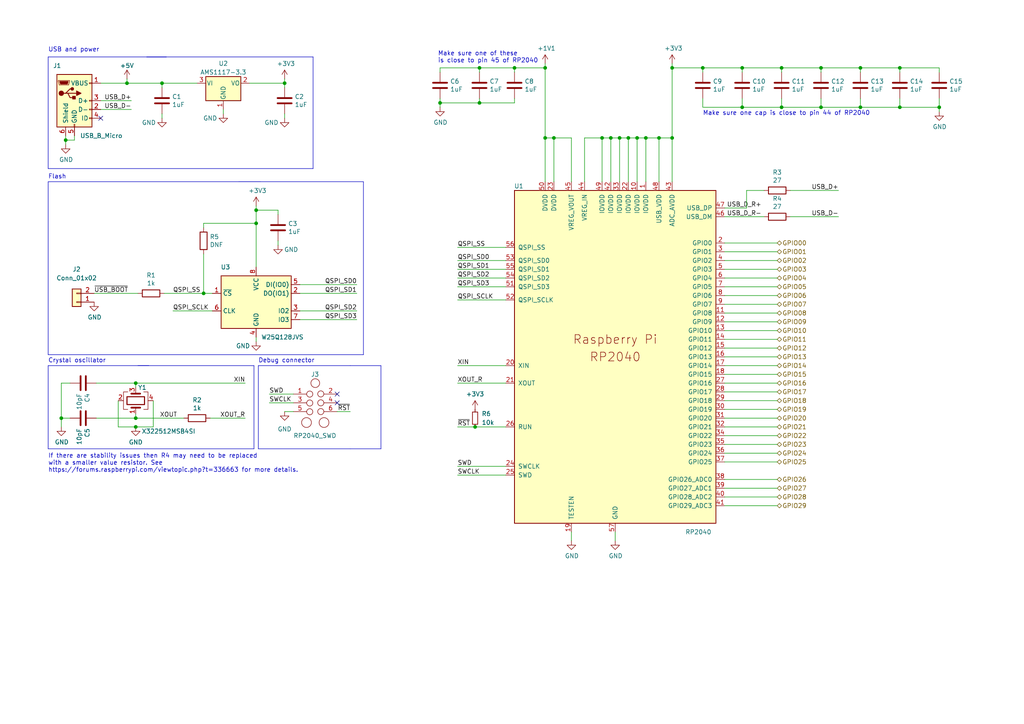
<source format=kicad_sch>
(kicad_sch (version 20230121) (generator eeschema)
  (paper "A4")
  (lib_symbols
    (symbol "Connector:USB_B_Micro" (pin_names (offset 1.016))
      (property "Reference" "J" (at -5.08 11.43 0))
      (property "Value" "USB_B_Micro" (at -5.08 8.89 0))
      (symbol "USB_B_Micro_0_1"
        (rectangle (start -5.08 -7.62) (end 5.08 7.62) (stroke (width 0.254)) (fill (type background)))
        (circle (center -3.81 2.159) (radius 0.635) (stroke (width 0.254)) (fill (type outline)))
        (circle (center -0.635 3.429) (radius 0.381) (stroke (width 0.254)) (fill (type outline)))
        (rectangle (start -0.127 -7.62) (end 0.127 -6.858))
        (polyline (pts (xy -1.905 2.159) (xy 0.635 2.159)) (stroke (width 0.254)))
        (polyline (pts (xy -3.175 2.159) (xy -2.54 2.159) (xy -1.27 3.429) (xy -0.635 3.429)) (stroke (width 0.254)))
        (polyline (pts (xy -2.54 2.159) (xy -1.905 2.159) (xy -1.27 0.889) (xy 0 0.889)) (stroke (width 0.254)))
        (polyline (pts (xy 0.635 2.794) (xy 0.635 1.524) (xy 1.905 2.159) (xy 0.635 2.794)) (stroke (width 0.254)) (fill (type outline)))
        (polyline (pts (xy -4.318 5.588) (xy -1.778 5.588) (xy -2.032 4.826) (xy -4.064 4.826) (xy -4.318 5.588)) (fill (type outline)))
        (polyline (pts (xy -4.699 5.842) (xy -4.699 5.588) (xy -4.445 4.826) (xy -4.445 4.572) (xy -1.651 4.572) (xy -1.651 4.826) (xy -1.397 5.588) (xy -1.397 5.842) (xy -4.699 5.842)))
        (rectangle (start 0.254 1.27) (end -0.508 0.508) (stroke (width 0.254)) (fill (type outline)))
        (rectangle (start 5.08 -5.207) (end 4.318 -4.953))
        (rectangle (start 5.08 -2.667) (end 4.318 -2.413))
        (rectangle (start 5.08 -0.127) (end 4.318 0.127))
        (rectangle (start 5.08 4.953) (end 4.318 5.207))
      )
      (symbol "USB_B_Micro_1_1"
        (pin power_out line (at 7.62 5.08 180) (length 2.54) (name "VBUS") (number "1"))
        (pin bidirectional line (at 7.62 -2.54 180) (length 2.54) (name "D-") (number "2"))
        (pin bidirectional line (at 7.62 0 180) (length 2.54) (name "D+") (number "3"))
        (pin passive line (at 7.62 -5.08 180) (length 2.54) (name "ID") (number "4"))
        (pin power_out line (at 0 -10.16 90) (length 2.54) (name "GND") (number "5"))
        (pin passive line (at -2.54 -10.16 90) (length 2.54) (name "Shield") (number "6"))
      )
    )
    (symbol "Connector_Generic:Conn_01x02" (pin_names (offset 1.016) hide)
      (property "Reference" "J" (at 0 2.54 0))
      (property "Value" "Conn_01x02" (at 0 -5.08 0))
      (symbol "Conn_01x02_1_1"
        (rectangle (start -1.27 -2.413) (end 0 -2.667) (stroke (width 0.1524)))
        (rectangle (start -1.27 0.127) (end 0 -0.127) (stroke (width 0.1524)))
        (rectangle (start -1.27 1.27) (end 1.27 -3.81) (stroke (width 0.254)) (fill (type background)))
        (pin passive line (at -5.08 0 0) (length 3.81) (name "Pin_1") (number "1"))
        (pin passive line (at -5.08 -2.54 0) (length 3.81) (name "Pin_2") (number "2"))
      )
    )
    (symbol "Custom_Symbols:RP2040" (pin_names (offset 1.016))
      (property "Reference" "U" (at -29.21 49.53 0))
      (property "Value" "RP2040" (at 24.13 -49.53 0))
      (symbol "RP2040_0_0"
        (text "Raspberry Pi" (at 0 5.08 0) (effects (font (size 2.54 2.54))))
        (text "RP2040" (at 0 0 0) (effects (font (size 2.54 2.54))))
      )
      (symbol "RP2040_0_1"
        (rectangle (start 29.21 48.26) (end -29.21 -48.26) (stroke (width 0.254)) (fill (type background)))
      )
      (symbol "RP2040_1_1"
        (pin power_in line (at 8.89 50.8 270) (length 2.54) (name "IOVDD") (number "1"))
        (pin power_in line (at 6.35 50.8 270) (length 2.54) (name "IOVDD") (number "10"))
        (pin bidirectional line (at 31.75 12.7 180) (length 2.54) (name "GPIO8") (number "11"))
        (pin bidirectional line (at 31.75 10.16 180) (length 2.54) (name "GPIO9") (number "12"))
        (pin bidirectional line (at 31.75 7.62 180) (length 2.54) (name "GPIO10") (number "13"))
        (pin bidirectional line (at 31.75 5.08 180) (length 2.54) (name "GPIO11") (number "14"))
        (pin bidirectional line (at 31.75 2.54 180) (length 2.54) (name "GPIO12") (number "15"))
        (pin bidirectional line (at 31.75 0 180) (length 2.54) (name "GPIO13") (number "16"))
        (pin bidirectional line (at 31.75 -2.54 180) (length 2.54) (name "GPIO14") (number "17"))
        (pin bidirectional line (at 31.75 -5.08 180) (length 2.54) (name "GPIO15") (number "18"))
        (pin passive line (at -12.7 -50.8 90) (length 2.54) (name "TESTEN") (number "19"))
        (pin bidirectional line (at 31.75 33.02 180) (length 2.54) (name "GPIO0") (number "2"))
        (pin input line (at -31.75 -2.54 0) (length 2.54) (name "XIN") (number "20"))
        (pin passive line (at -31.75 -7.62 0) (length 2.54) (name "XOUT") (number "21"))
        (pin power_in line (at 3.81 50.8 270) (length 2.54) (name "IOVDD") (number "22"))
        (pin power_in line (at -17.78 50.8 270) (length 2.54) (name "DVDD") (number "23"))
        (pin output line (at -31.75 -31.75 0) (length 2.54) (name "SWCLK") (number "24"))
        (pin bidirectional line (at -31.75 -34.29 0) (length 2.54) (name "SWD") (number "25"))
        (pin input line (at -31.75 -20.32 0) (length 2.54) (name "RUN") (number "26"))
        (pin bidirectional line (at 31.75 -7.62 180) (length 2.54) (name "GPIO16") (number "27"))
        (pin bidirectional line (at 31.75 -10.16 180) (length 2.54) (name "GPIO17") (number "28"))
        (pin bidirectional line (at 31.75 -12.7 180) (length 2.54) (name "GPIO18") (number "29"))
        (pin bidirectional line (at 31.75 30.48 180) (length 2.54) (name "GPIO1") (number "3"))
        (pin bidirectional line (at 31.75 -15.24 180) (length 2.54) (name "GPIO19") (number "30"))
        (pin bidirectional line (at 31.75 -17.78 180) (length 2.54) (name "GPIO20") (number "31"))
        (pin bidirectional line (at 31.75 -20.32 180) (length 2.54) (name "GPIO21") (number "32"))
        (pin power_in line (at 1.27 50.8 270) (length 2.54) (name "IOVDD") (number "33"))
        (pin bidirectional line (at 31.75 -22.86 180) (length 2.54) (name "GPIO22") (number "34"))
        (pin bidirectional line (at 31.75 -25.4 180) (length 2.54) (name "GPIO23") (number "35"))
        (pin bidirectional line (at 31.75 -27.94 180) (length 2.54) (name "GPIO24") (number "36"))
        (pin bidirectional line (at 31.75 -30.48 180) (length 2.54) (name "GPIO25") (number "37"))
        (pin bidirectional line (at 31.75 -35.56 180) (length 2.54) (name "GPIO26_ADC0") (number "38"))
        (pin bidirectional line (at 31.75 -38.1 180) (length 2.54) (name "GPIO27_ADC1") (number "39"))
        (pin bidirectional line (at 31.75 27.94 180) (length 2.54) (name "GPIO2") (number "4"))
        (pin bidirectional line (at 31.75 -40.64 180) (length 2.54) (name "GPIO28_ADC2") (number "40"))
        (pin bidirectional line (at 31.75 -43.18 180) (length 2.54) (name "GPIO29_ADC3") (number "41"))
        (pin power_in line (at -1.27 50.8 270) (length 2.54) (name "IOVDD") (number "42"))
        (pin power_in line (at 16.51 50.8 270) (length 2.54) (name "ADC_AVDD") (number "43"))
        (pin power_in line (at -8.89 50.8 270) (length 2.54) (name "VREG_IN") (number "44"))
        (pin power_out line (at -12.7 50.8 270) (length 2.54) (name "VREG_VOUT") (number "45"))
        (pin bidirectional line (at 31.75 40.64 180) (length 2.54) (name "USB_DM") (number "46"))
        (pin bidirectional line (at 31.75 43.18 180) (length 2.54) (name "USB_DP") (number "47"))
        (pin power_in line (at 12.7 50.8 270) (length 2.54) (name "USB_VDD") (number "48"))
        (pin power_in line (at -3.81 50.8 270) (length 2.54) (name "IOVDD") (number "49"))
        (pin bidirectional line (at 31.75 25.4 180) (length 2.54) (name "GPIO3") (number "5"))
        (pin power_in line (at -20.32 50.8 270) (length 2.54) (name "DVDD") (number "50"))
        (pin bidirectional line (at -31.75 20.32 0) (length 2.54) (name "QSPI_SD3") (number "51"))
        (pin output line (at -31.75 16.51 0) (length 2.54) (name "QSPI_SCLK") (number "52"))
        (pin bidirectional line (at -31.75 27.94 0) (length 2.54) (name "QSPI_SD0") (number "53"))
        (pin bidirectional line (at -31.75 22.86 0) (length 2.54) (name "QSPI_SD2") (number "54"))
        (pin bidirectional line (at -31.75 25.4 0) (length 2.54) (name "QSPI_SD1") (number "55"))
        (pin bidirectional line (at -31.75 31.75 0) (length 2.54) (name "QSPI_SS") (number "56"))
        (pin power_in line (at 0 -50.8 90) (length 2.54) (name "GND") (number "57"))
        (pin bidirectional line (at 31.75 22.86 180) (length 2.54) (name "GPIO4") (number "6"))
        (pin bidirectional line (at 31.75 20.32 180) (length 2.54) (name "GPIO5") (number "7"))
        (pin bidirectional line (at 31.75 17.78 180) (length 2.54) (name "GPIO6") (number "8"))
        (pin bidirectional line (at 31.75 15.24 180) (length 2.54) (name "GPIO7") (number "9"))
      )
    )
    (symbol "Custom_Symbols:TC2030-IDC-NL" (pin_names (offset 1.016) hide)
      (property "Reference" "J" (at 0 -8.89 0))
      (property "Value" "TC2030-IDC-NL" (at 0.635 -11.43 0))
      (symbol "TC2030-IDC-NL_0_1"
        (circle (center -2.54 -5.715) (radius 1.4224))
        (circle (center -1.6002 2.54) (radius 0.889))
        (circle (center 0 5.715) (radius 1.27))
      )
      (symbol "TC2030-IDC-NL_1_1"
        (circle (center -1.6002 -2.5908) (radius 0.889))
        (circle (center -1.6002 -0.0508) (radius 0.889))
        (circle (center 1.6002 -2.54) (radius 0.889))
        (circle (center 1.6002 0) (radius 0.889))
        (circle (center 1.6002 2.5908) (radius 0.889))
        (circle (center 2.54 -5.715) (radius 1.4224))
        (pin passive line (at -6.35 2.54 0) (length 3.81) (name "Pin_1") (number "1"))
        (pin passive line (at 6.35 2.54 180) (length 3.81) (name "Pin_2") (number "2"))
        (pin passive line (at -6.35 0 0) (length 3.81) (name "Pin_3") (number "3"))
        (pin passive line (at 6.35 0 180) (length 3.81) (name "Pin_4") (number "4"))
        (pin passive line (at -6.35 -2.54 0) (length 3.81) (name "Pin_5") (number "5"))
        (pin passive line (at 6.35 -2.54 180) (length 3.81) (name "Pin_6") (number "6"))
      )
    )
    (symbol "Device:C" (pin_numbers hide) (pin_names (offset 0.254))
      (property "Reference" "C" (at 0.635 2.54 0))
      (property "Value" "C" (at 0.635 -2.54 0))
      (symbol "C_0_1"
        (polyline (pts (xy -2.032 -0.762) (xy 2.032 -0.762)) (stroke (width 0.508)))
        (polyline (pts (xy -2.032 0.762) (xy 2.032 0.762)) (stroke (width 0.508)))
      )
      (symbol "C_1_1"
        (pin passive line (at 0 3.81 270) (length 2.794) (name "~") (number "1"))
        (pin passive line (at 0 -3.81 90) (length 2.794) (name "~") (number "2"))
      )
    )
    (symbol "Device:Crystal_GND24" (pin_names (offset 1.016) hide)
      (property "Reference" "Y" (at 3.175 5.08 0))
      (property "Value" "Crystal_GND24" (at 3.175 3.175 0))
      (symbol "Crystal_GND24_0_1"
        (rectangle (start -1.143 2.54) (end 1.143 -2.54) (stroke (width 0.3048)))
        (polyline (pts (xy -2.54 0) (xy -2.032 0)))
        (polyline (pts (xy -2.032 -1.27) (xy -2.032 1.27)) (stroke (width 0.508)))
        (polyline (pts (xy 0 -3.81) (xy 0 -3.556)))
        (polyline (pts (xy 0 3.556) (xy 0 3.81)))
        (polyline (pts (xy 2.032 -1.27) (xy 2.032 1.27)) (stroke (width 0.508)))
        (polyline (pts (xy 2.032 0) (xy 2.54 0)))
        (polyline (pts (xy -2.54 -2.286) (xy -2.54 -3.556) (xy 2.54 -3.556) (xy 2.54 -2.286)))
        (polyline (pts (xy -2.54 2.286) (xy -2.54 3.556) (xy 2.54 3.556) (xy 2.54 2.286)))
      )
      (symbol "Crystal_GND24_1_1"
        (pin passive line (at -3.81 0 0) (length 1.27) (name "1") (number "1"))
        (pin passive line (at 0 5.08 270) (length 1.27) (name "2") (number "2"))
        (pin passive line (at 3.81 0 180) (length 1.27) (name "3") (number "3"))
        (pin passive line (at 0 -5.08 90) (length 1.27) (name "4") (number "4"))
      )
    )
    (symbol "Device:R" (pin_numbers hide) (pin_names (offset 0))
      (property "Reference" "R" (at 2.032 0 90))
      (property "Value" "R" (at 0 0 90))
      (symbol "R_0_1"
        (rectangle (start -1.016 -2.54) (end 1.016 2.54) (stroke (width 0.254)))
      )
      (symbol "R_1_1"
        (pin passive line (at 0 3.81 270) (length 1.27) (name "~") (number "1"))
        (pin passive line (at 0 -3.81 90) (length 1.27) (name "~") (number "2"))
      )
    )
    (symbol "Device:R_Small" (pin_numbers hide) (pin_names (offset 0.254) hide)
      (property "Reference" "R" (at 0.762 0.508 0))
      (property "Value" "R_Small" (at 0.762 -1.016 0))
      (symbol "R_Small_0_1"
        (rectangle (start -0.762 1.778) (end 0.762 -1.778) (stroke (width 0.2032)))
      )
      (symbol "R_Small_1_1"
        (pin passive line (at 0 2.54 270) (length 0.762) (name "~") (number "1"))
        (pin passive line (at 0 -2.54 90) (length 0.762) (name "~") (number "2"))
      )
    )
    (symbol "Memory_Flash:W25Q128JVS"
      (property "Reference" "U" (at -8.89 8.89 0))
      (property "Value" "W25Q128JVS" (at 7.62 8.89 0))
      (symbol "W25Q128JVS_0_1"
        (rectangle (start -10.16 7.62) (end 10.16 -7.62) (stroke (width 0.254)) (fill (type background)))
      )
      (symbol "W25Q128JVS_1_1"
        (pin input line (at -12.7 2.54 0) (length 2.54) (name "~{CS}") (number "1"))
        (pin bidirectional line (at 12.7 2.54 180) (length 2.54) (name "DO(IO1)") (number "2"))
        (pin bidirectional line (at 12.7 -2.54 180) (length 2.54) (name "IO2") (number "3"))
        (pin power_in line (at 0 -10.16 90) (length 2.54) (name "GND") (number "4"))
        (pin bidirectional line (at 12.7 5.08 180) (length 2.54) (name "DI(IO0)") (number "5"))
        (pin input line (at -12.7 -2.54 0) (length 2.54) (name "CLK") (number "6"))
        (pin bidirectional line (at 12.7 -5.08 180) (length 2.54) (name "IO3") (number "7"))
        (pin power_in line (at 0 10.16 270) (length 2.54) (name "VCC") (number "8"))
      )
    )
    (symbol "Regulator_Linear:AMS1117-3.3" (pin_names (offset 0.254))
      (property "Reference" "U" (at -3.81 3.175 0))
      (property "Value" "AMS1117-3.3" (at 0 3.175 0))
      (symbol "AMS1117-3.3_0_1"
        (rectangle (start -5.08 -5.08) (end 5.08 1.905) (stroke (width 0.254)) (fill (type background)))
      )
      (symbol "AMS1117-3.3_1_1"
        (pin power_in line (at 0 -7.62 90) (length 2.54) (name "GND") (number "1"))
        (pin power_out line (at 7.62 0 180) (length 2.54) (name "VO") (number "2"))
        (pin power_in line (at -7.62 0 0) (length 2.54) (name "VI") (number "3"))
      )
    )
    (symbol "power:+1V1" (power) (pin_names (offset 0))
      (property "Value" "+1V1" (at 0 3.556 0))
      (symbol "+1V1_0_1"
        (polyline (pts (xy -0.762 1.27) (xy 0 2.54)))
        (polyline (pts (xy 0 0) (xy 0 2.54)))
        (polyline (pts (xy 0 2.54) (xy 0.762 1.27)))
      )
      (symbol "+1V1_1_1"
        (pin power_in line (at 0 0 90) (length 0) hide (name "+1V1") (number "1"))
      )
    )
    (symbol "power:+3V3" (power) (pin_names (offset 0))
      (property "Value" "+3V3" (at 0 3.556 0))
      (symbol "+3V3_0_1"
        (polyline (pts (xy -0.762 1.27) (xy 0 2.54)))
        (polyline (pts (xy 0 0) (xy 0 2.54)))
        (polyline (pts (xy 0 2.54) (xy 0.762 1.27)))
      )
      (symbol "+3V3_1_1"
        (pin power_in line (at 0 0 90) (length 0) hide (name "+3V3") (number "1"))
      )
    )
    (symbol "power:+5V" (power) (pin_names (offset 0))
      (property "Value" "+5V" (at 0 3.556 0))
      (symbol "+5V_0_1"
        (polyline (pts (xy -0.762 1.27) (xy 0 2.54)))
        (polyline (pts (xy 0 0) (xy 0 2.54)))
        (polyline (pts (xy 0 2.54) (xy 0.762 1.27)))
      )
      (symbol "+5V_1_1"
        (pin power_in line (at 0 0 90) (length 0) hide (name "+5V") (number "1"))
      )
    )
    (symbol "power:GND" (power) (pin_names (offset 0))
      (property "Value" "GND" (at 0 -3.81 0))
      (symbol "GND_0_1"
        (polyline (pts (xy 0 0) (xy 0 -1.27) (xy 1.27 -1.27) (xy 0 -2.54) (xy -1.27 -1.27) (xy 0 -1.27)))
      )
      (symbol "GND_1_1"
        (pin power_in line (at 0 0 270) (length 0) hide (name "GND") (number "1"))
      )
    )
  )
  (junction (at 238.125 31.115))
  (junction (at 203.835 19.685))
  (junction (at 39.37 111.125))
  (junction (at 249.555 19.685))
  (junction (at 174.625 40.005))
  (junction (at 260.985 31.115))
  (junction (at 46.99 24.13))
  (junction (at 39.37 121.285))
  (junction (at 272.415 31.115))
  (junction (at 59.055 85.09))
  (junction (at 127.635 29.845))
  (junction (at 158.115 40.005))
  (junction (at 19.05 40.64))
  (junction (at 160.655 40.005))
  (junction (at 74.295 64.77))
  (junction (at 249.555 31.115))
  (junction (at 82.55 24.13))
  (junction (at 260.985 19.685))
  (junction (at 194.945 19.685))
  (junction (at 215.265 19.685))
  (junction (at 39.37 123.825))
  (junction (at 158.115 19.685))
  (junction (at 177.165 40.005))
  (junction (at 182.245 40.005))
  (junction (at 184.785 40.005))
  (junction (at 226.695 19.685))
  (junction (at 238.125 19.685))
  (junction (at 226.695 31.115))
  (junction (at 149.225 19.685))
  (junction (at 36.83 24.13))
  (junction (at 74.295 60.96))
  (junction (at 215.265 31.115))
  (junction (at 187.325 40.005))
  (junction (at 17.78 121.285))
  (junction (at 191.135 40.005))
  (junction (at 139.065 19.685))
  (junction (at 139.065 29.845))
  (junction (at 137.795 123.825))
  (junction (at 179.705 40.005))
  (junction (at 194.945 40.005))
  (no_connect (at 97.79 114.3))
  (no_connect (at 97.79 116.84))
  (no_connect (at 29.21 34.29))
  (wire (pts (xy 139.065 20.955) (xy 139.065 19.685)))
  (wire (pts (xy 210.185 103.505) (xy 225.425 103.505)))
  (wire (pts (xy 132.715 135.255) (xy 146.685 135.255)))
  (wire (pts (xy 216.535 55.245) (xy 221.615 55.245)))
  (wire (pts (xy 86.995 92.71) (xy 103.505 92.71)))
  (wire (pts (xy 36.83 22.86) (xy 36.83 24.13)))
  (wire (pts (xy 127.635 29.845) (xy 127.635 31.115)))
  (wire (pts (xy 272.415 31.115) (xy 272.415 32.385)))
  (wire (pts (xy 139.065 29.845) (xy 139.065 28.575)))
  (wire (pts (xy 229.235 62.865) (xy 243.205 62.865)))
  (wire (pts (xy 210.185 116.205) (xy 225.425 116.205)))
  (wire (pts (xy 260.985 19.685) (xy 272.415 19.685)))
  (wire (pts (xy 127.635 28.575) (xy 127.635 29.845)))
  (wire (pts (xy 238.125 19.685) (xy 249.555 19.685)))
  (wire (pts (xy 165.735 52.705) (xy 165.735 40.005)))
  (wire (pts (xy 82.55 25.4) (xy 82.55 24.13)))
  (polyline (pts (xy 73.66 130.175) (xy 73.66 106.045)))
  (wire (pts (xy 272.415 28.575) (xy 272.415 31.115)))
  (wire (pts (xy 203.835 28.575) (xy 203.835 31.115)))
  (wire (pts (xy 179.705 40.005) (xy 182.245 40.005)))
  (wire (pts (xy 184.785 40.005) (xy 187.325 40.005)))
  (wire (pts (xy 149.225 19.685) (xy 158.115 19.685)))
  (polyline (pts (xy 42.545 16.51) (xy 90.805 16.51)))
  (wire (pts (xy 215.265 19.685) (xy 226.695 19.685)))
  (wire (pts (xy 82.55 33.02) (xy 82.55 34.29)))
  (polyline (pts (xy 40.005 106.045) (xy 73.66 106.045)))
  (wire (pts (xy 74.295 59.69) (xy 74.295 60.96)))
  (wire (pts (xy 132.715 106.045) (xy 146.685 106.045)))
  (wire (pts (xy 169.545 40.005) (xy 174.625 40.005)))
  (wire (pts (xy 57.15 24.13) (xy 46.99 24.13)))
  (wire (pts (xy 169.545 52.705) (xy 169.545 40.005)))
  (wire (pts (xy 44.45 123.825) (xy 39.37 123.825)))
  (wire (pts (xy 210.185 144.145) (xy 225.425 144.145)))
  (wire (pts (xy 74.295 64.77) (xy 74.295 77.47)))
  (wire (pts (xy 39.37 121.285) (xy 53.34 121.285)))
  (wire (pts (xy 249.555 28.575) (xy 249.555 31.115)))
  (wire (pts (xy 182.245 52.705) (xy 182.245 40.005)))
  (wire (pts (xy 191.135 52.705) (xy 191.135 40.005)))
  (wire (pts (xy 226.695 28.575) (xy 226.695 31.115)))
  (wire (pts (xy 249.555 19.685) (xy 260.985 19.685)))
  (polyline (pts (xy 13.97 106.045) (xy 13.97 130.175)))
  (polyline (pts (xy 74.93 106.045) (xy 101.6 106.045)))
  (wire (pts (xy 238.125 20.955) (xy 238.125 19.685)))
  (wire (pts (xy 39.37 112.395) (xy 39.37 111.125)))
  (wire (pts (xy 127.635 20.955) (xy 127.635 19.685)))
  (wire (pts (xy 20.32 121.285) (xy 17.78 121.285)))
  (wire (pts (xy 210.185 85.725) (xy 225.425 85.725)))
  (wire (pts (xy 210.185 98.425) (xy 225.425 98.425)))
  (wire (pts (xy 82.55 119.38) (xy 85.09 119.38)))
  (wire (pts (xy 132.715 80.645) (xy 146.685 80.645)))
  (wire (pts (xy 19.05 39.37) (xy 19.05 40.64)))
  (wire (pts (xy 203.835 20.955) (xy 203.835 19.685)))
  (wire (pts (xy 132.715 75.565) (xy 146.685 75.565)))
  (wire (pts (xy 72.39 24.13) (xy 82.55 24.13)))
  (wire (pts (xy 210.185 118.745) (xy 225.425 118.745)))
  (polyline (pts (xy 90.805 48.895) (xy 90.805 16.51)))
  (polyline (pts (xy 74.93 106.045) (xy 74.93 130.175)))
  (wire (pts (xy 137.795 123.825) (xy 146.685 123.825)))
  (wire (pts (xy 210.185 80.645) (xy 225.425 80.645)))
  (wire (pts (xy 50.165 90.17) (xy 61.595 90.17)))
  (wire (pts (xy 34.29 123.825) (xy 39.37 123.825)))
  (polyline (pts (xy 110.49 106.045) (xy 110.49 130.175)))
  (wire (pts (xy 260.985 31.115) (xy 272.415 31.115)))
  (wire (pts (xy 226.695 31.115) (xy 215.265 31.115)))
  (wire (pts (xy 178.435 154.305) (xy 178.435 156.845)))
  (wire (pts (xy 132.715 123.825) (xy 137.795 123.825)))
  (wire (pts (xy 29.21 29.21) (xy 38.1 29.21)))
  (polyline (pts (xy 75.565 52.705) (xy 13.97 52.705)))
  (wire (pts (xy 177.165 40.005) (xy 179.705 40.005)))
  (wire (pts (xy 132.715 137.795) (xy 146.685 137.795)))
  (wire (pts (xy 272.415 20.955) (xy 272.415 19.685)))
  (polyline (pts (xy 13.97 130.175) (xy 73.66 130.175)))
  (wire (pts (xy 127.635 19.685) (xy 139.065 19.685)))
  (wire (pts (xy 210.185 123.825) (xy 225.425 123.825)))
  (wire (pts (xy 210.185 100.965) (xy 225.425 100.965)))
  (wire (pts (xy 39.37 111.125) (xy 71.12 111.125)))
  (wire (pts (xy 46.99 33.02) (xy 46.99 34.29)))
  (wire (pts (xy 210.185 141.605) (xy 225.425 141.605)))
  (wire (pts (xy 139.065 19.685) (xy 149.225 19.685)))
  (wire (pts (xy 194.945 40.005) (xy 194.945 52.705)))
  (wire (pts (xy 34.29 116.205) (xy 34.29 123.825)))
  (wire (pts (xy 80.645 60.96) (xy 74.295 60.96)))
  (wire (pts (xy 160.655 40.005) (xy 158.115 40.005)))
  (wire (pts (xy 78.105 116.84) (xy 85.09 116.84)))
  (wire (pts (xy 210.185 73.025) (xy 225.425 73.025)))
  (wire (pts (xy 132.715 83.185) (xy 146.685 83.185)))
  (wire (pts (xy 260.985 20.955) (xy 260.985 19.685)))
  (wire (pts (xy 179.705 52.705) (xy 179.705 40.005)))
  (wire (pts (xy 210.185 108.585) (xy 225.425 108.585)))
  (wire (pts (xy 226.695 20.955) (xy 226.695 19.685)))
  (wire (pts (xy 182.245 40.005) (xy 184.785 40.005)))
  (polyline (pts (xy 13.97 48.895) (xy 90.805 48.895)))
  (wire (pts (xy 210.185 111.125) (xy 225.425 111.125)))
  (polyline (pts (xy 43.18 106.045) (xy 13.97 106.045)))
  (wire (pts (xy 215.265 20.955) (xy 215.265 19.685)))
  (wire (pts (xy 187.325 40.005) (xy 191.135 40.005)))
  (wire (pts (xy 27.94 111.125) (xy 39.37 111.125)))
  (wire (pts (xy 210.185 60.325) (xy 216.535 60.325)))
  (wire (pts (xy 21.59 40.64) (xy 19.05 40.64)))
  (wire (pts (xy 226.695 19.685) (xy 238.125 19.685)))
  (wire (pts (xy 165.735 154.305) (xy 165.735 156.845)))
  (wire (pts (xy 210.185 113.665) (xy 225.425 113.665)))
  (wire (pts (xy 210.185 146.685) (xy 225.425 146.685)))
  (wire (pts (xy 39.37 120.015) (xy 39.37 121.285)))
  (wire (pts (xy 238.125 31.115) (xy 226.695 31.115)))
  (wire (pts (xy 216.535 55.245) (xy 216.535 60.325)))
  (polyline (pts (xy 48.26 16.51) (xy 13.97 16.51)))
  (wire (pts (xy 21.59 39.37) (xy 21.59 40.64)))
  (wire (pts (xy 139.065 29.845) (xy 149.225 29.845)))
  (wire (pts (xy 160.655 52.705) (xy 160.655 40.005)))
  (wire (pts (xy 194.945 19.685) (xy 194.945 40.005)))
  (wire (pts (xy 203.835 19.685) (xy 215.265 19.685)))
  (wire (pts (xy 40.005 85.09) (xy 27.305 85.09)))
  (wire (pts (xy 210.185 93.345) (xy 225.425 93.345)))
  (wire (pts (xy 80.645 69.85) (xy 80.645 71.12)))
  (wire (pts (xy 238.125 28.575) (xy 238.125 31.115)))
  (wire (pts (xy 59.055 85.09) (xy 61.595 85.09)))
  (wire (pts (xy 210.185 128.905) (xy 225.425 128.905)))
  (wire (pts (xy 17.78 111.125) (xy 17.78 121.285)))
  (wire (pts (xy 64.77 31.75) (xy 64.77 33.02)))
  (wire (pts (xy 210.185 131.445) (xy 225.425 131.445)))
  (wire (pts (xy 215.265 31.115) (xy 203.835 31.115)))
  (wire (pts (xy 184.785 52.705) (xy 184.785 40.005)))
  (wire (pts (xy 215.265 28.575) (xy 215.265 31.115)))
  (wire (pts (xy 210.185 70.485) (xy 225.425 70.485)))
  (wire (pts (xy 210.185 78.105) (xy 225.425 78.105)))
  (wire (pts (xy 165.735 40.005) (xy 160.655 40.005)))
  (wire (pts (xy 59.055 73.66) (xy 59.055 85.09)))
  (polyline (pts (xy 105.41 102.87) (xy 105.41 52.705)))
  (wire (pts (xy 149.225 19.685) (xy 149.225 20.955)))
  (wire (pts (xy 132.715 78.105) (xy 146.685 78.105)))
  (wire (pts (xy 149.225 29.845) (xy 149.225 28.575)))
  (wire (pts (xy 20.32 111.125) (xy 17.78 111.125)))
  (wire (pts (xy 29.21 31.75) (xy 38.1 31.75)))
  (wire (pts (xy 29.21 24.13) (xy 36.83 24.13)))
  (wire (pts (xy 97.79 119.38) (xy 101.6 119.38)))
  (wire (pts (xy 86.995 82.55) (xy 103.505 82.55)))
  (wire (pts (xy 127.635 29.845) (xy 139.065 29.845)))
  (wire (pts (xy 47.625 85.09) (xy 59.055 85.09)))
  (wire (pts (xy 19.05 40.64) (xy 19.05 41.91)))
  (wire (pts (xy 44.45 116.205) (xy 44.45 123.825)))
  (wire (pts (xy 59.055 66.04) (xy 59.055 64.77)))
  (wire (pts (xy 191.135 40.005) (xy 194.945 40.005)))
  (wire (pts (xy 210.185 90.805) (xy 225.425 90.805)))
  (polyline (pts (xy 69.215 52.705) (xy 105.41 52.705)))
  (wire (pts (xy 78.105 114.3) (xy 85.09 114.3)))
  (polyline (pts (xy 13.97 52.705) (xy 13.97 102.87)))
  (wire (pts (xy 146.685 86.995) (xy 132.715 86.995)))
  (wire (pts (xy 210.185 62.865) (xy 221.615 62.865)))
  (wire (pts (xy 86.995 85.09) (xy 103.505 85.09)))
  (wire (pts (xy 210.185 83.185) (xy 225.425 83.185)))
  (wire (pts (xy 194.945 19.685) (xy 203.835 19.685)))
  (wire (pts (xy 210.185 75.565) (xy 225.425 75.565)))
  (wire (pts (xy 260.985 31.115) (xy 249.555 31.115)))
  (polyline (pts (xy 13.97 102.87) (xy 105.41 102.87)))
  (wire (pts (xy 80.645 62.23) (xy 80.645 60.96)))
  (wire (pts (xy 174.625 40.005) (xy 177.165 40.005)))
  (wire (pts (xy 59.055 64.77) (xy 74.295 64.77)))
  (polyline (pts (xy 13.97 16.51) (xy 13.97 48.895)))
  (wire (pts (xy 17.78 121.285) (xy 17.78 123.825)))
  (wire (pts (xy 74.295 60.96) (xy 74.295 64.77)))
  (wire (pts (xy 210.185 139.065) (xy 225.425 139.065)))
  (wire (pts (xy 187.325 40.005) (xy 187.325 52.705)))
  (wire (pts (xy 82.55 24.13) (xy 82.55 22.86)))
  (wire (pts (xy 210.185 126.365) (xy 225.425 126.365)))
  (wire (pts (xy 210.185 106.045) (xy 225.425 106.045)))
  (wire (pts (xy 60.96 121.285) (xy 71.12 121.285)))
  (wire (pts (xy 36.83 24.13) (xy 46.99 24.13)))
  (wire (pts (xy 158.115 18.415) (xy 158.115 19.685)))
  (wire (pts (xy 229.235 55.245) (xy 243.205 55.245)))
  (wire (pts (xy 146.685 71.755) (xy 132.715 71.755)))
  (wire (pts (xy 27.94 121.285) (xy 39.37 121.285)))
  (wire (pts (xy 210.185 95.885) (xy 225.425 95.885)))
  (wire (pts (xy 210.185 133.985) (xy 225.425 133.985)))
  (polyline (pts (xy 101.6 106.045) (xy 110.49 106.045)))
  (wire (pts (xy 260.985 28.575) (xy 260.985 31.115)))
  (wire (pts (xy 74.295 97.79) (xy 74.295 99.06)))
  (wire (pts (xy 177.165 52.705) (xy 177.165 40.005)))
  (wire (pts (xy 210.185 121.285) (xy 225.425 121.285)))
  (polyline (pts (xy 74.93 130.175) (xy 101.6 130.175)))
  (wire (pts (xy 158.115 40.005) (xy 158.115 52.705)))
  (wire (pts (xy 249.555 31.115) (xy 238.125 31.115)))
  (wire (pts (xy 86.995 90.17) (xy 103.505 90.17)))
  (wire (pts (xy 194.945 18.415) (xy 194.945 19.685)))
  (wire (pts (xy 158.115 19.685) (xy 158.115 40.005)))
  (polyline (pts (xy 110.49 130.175) (xy 101.6 130.175)))
  (wire (pts (xy 210.185 88.265) (xy 225.425 88.265)))
  (wire (pts (xy 146.685 111.125) (xy 132.715 111.125)))
  (wire (pts (xy 249.555 20.955) (xy 249.555 19.685)))
  (wire (pts (xy 174.625 52.705) (xy 174.625 40.005)))
  (wire (pts (xy 46.99 25.4) (xy 46.99 24.13)))
  (text "Make sure one of these\nis close to pin 45 of RP2040" (at 127 18.415 0) (effects (font (size 1.27 1.27)) (justify left bottom)))
  (text "USB and power" (at 13.97 15.24 0) (effects (font (size 1.27 1.27)) (justify left bottom)))
  (text "Make sure one cap is close to pin 44 of RP2040" (at 203.835 33.655 0) (effects (font (size 1.27 1.27)) (justify left bottom)))
  (text "Debug connector" (at 74.93 105.41 0) (effects (font (size 1.27 1.27)) (justify left bottom)))
  (text "If there are stability issues then R4 may need to be replaced\nwith a smaller value resistor. See \nhttps://forums.raspberrypi.com/viewtopic.php?t=336663 for more details." (at 13.97 137.16 0) (effects (font (size 1.27 1.27)) (justify left bottom)))
  (text "Flash" (at 13.97 52.07 0) (effects (font (size 1.27 1.27)) (justify left bottom)))
  (text "Crystal oscillator" (at 13.97 105.41 0) (effects (font (size 1.27 1.27)) (justify left bottom)))
  (label "XOUT_R" (at 132.715 111.125 0))
  (label "QSPI_SD1" (at 132.715 78.105 0))
  (label "SWCLK" (at 78.105 116.84 0))
  (label "XOUT" (at 46.355 121.285 0))
  (label "USB_D-" (at 243.205 62.865 180))
  (label "QSPI_SCLK" (at 132.715 86.995 0))
  (label "QSPI_SD0" (at 103.505 82.55 180))
  (label "XIN" (at 132.715 106.045 0))
  (label "QSPI_SD2" (at 103.505 90.17 180))
  (label "SWD" (at 132.715 135.255 0))
  (label "QSPI_SD0" (at 132.715 75.565 0))
  (label "QSPI_SD3" (at 103.505 92.71 180))
  (label "QSPI_SD3" (at 132.715 83.185 0))
  (label "SWD" (at 78.105 114.3 0))
  (label "QSPI_SD1" (at 103.505 85.09 180))
  (label "USB_D_R-" (at 210.82 62.865 0))
  (label "QSPI_SS" (at 132.715 71.755 0))
  (label "~{RST}" (at 101.6 119.38 180))
  (label "QSPI_SCLK" (at 50.165 90.17 0))
  (label "USB_D+" (at 38.1 29.21 180))
  (label "SWCLK" (at 132.715 137.795 0))
  (label "QSPI_SS" (at 50.165 85.09 0))
  (label "QSPI_SD2" (at 132.715 80.645 0))
  (label "USB_D_R+" (at 210.82 60.325 0))
  (label "~{USB_BOOT}" (at 27.305 85.09 0))
  (label "~{RST}" (at 132.715 123.825 0))
  (label "XOUT_R" (at 71.12 121.285 180))
  (label "XIN" (at 71.12 111.125 180))
  (label "USB_D+" (at 243.205 55.245 180))
  (label "USB_D-" (at 38.1 31.75 180))
  (hierarchical_label "GPIO26" (shape bidirectional) (at 225.425 139.065 0))
  (hierarchical_label "GPIO00" (shape bidirectional) (at 225.425 70.485 0))
  (hierarchical_label "GPIO25" (shape bidirectional) (at 225.425 133.985 0))
  (hierarchical_label "GPIO09" (shape bidirectional) (at 225.425 93.345 0))
  (hierarchical_label "GPIO01" (shape bidirectional) (at 225.425 73.025 0))
  (hierarchical_label "GPIO02" (shape bidirectional) (at 225.425 75.565 0))
  (hierarchical_label "GPIO17" (shape bidirectional) (at 225.425 113.665 0))
  (hierarchical_label "GPIO24" (shape bidirectional) (at 225.425 131.445 0))
  (hierarchical_label "GPIO27" (shape bidirectional) (at 225.425 141.605 0))
  (hierarchical_label "GPIO29" (shape bidirectional) (at 225.425 146.685 0))
  (hierarchical_label "GPIO06" (shape bidirectional) (at 225.425 85.725 0))
  (hierarchical_label "GPIO23" (shape bidirectional) (at 225.425 128.905 0))
  (hierarchical_label "GPIO04" (shape bidirectional) (at 225.425 80.645 0))
  (hierarchical_label "GPIO11" (shape bidirectional) (at 225.425 98.425 0))
  (hierarchical_label "GPIO13" (shape bidirectional) (at 225.425 103.505 0))
  (hierarchical_label "GPIO21" (shape bidirectional) (at 225.425 123.825 0))
  (hierarchical_label "GPIO08" (shape bidirectional) (at 225.425 90.805 0))
  (hierarchical_label "GPIO28" (shape bidirectional) (at 225.425 144.145 0))
  (hierarchical_label "GPIO22" (shape bidirectional) (at 225.425 126.365 0))
  (hierarchical_label "GPIO10" (shape bidirectional) (at 225.425 95.885 0))
  (hierarchical_label "GPIO19" (shape bidirectional) (at 225.425 118.745 0))
  (hierarchical_label "GPIO20" (shape bidirectional) (at 225.425 121.285 0))
  (hierarchical_label "GPIO07" (shape bidirectional) (at 225.425 88.265 0))
  (hierarchical_label "GPIO16" (shape bidirectional) (at 225.425 111.125 0))
  (hierarchical_label "GPIO05" (shape bidirectional) (at 225.425 83.185 0))
  (hierarchical_label "GPIO03" (shape bidirectional) (at 225.425 78.105 0))
  (hierarchical_label "GPIO15" (shape bidirectional) (at 225.425 108.585 0))
  (hierarchical_label "GPIO12" (shape bidirectional) (at 225.425 100.965 0))
  (hierarchical_label "GPIO18" (shape bidirectional) (at 225.425 116.205 0))
  (hierarchical_label "GPIO14" (shape bidirectional) (at 225.425 106.045 0))
  (symbol (lib_id "power:+5V") (at 36.83 22.86 0) (unit 1)
    (property "Reference" "#PWR0113" (effects hide))
    (property "Value" "+5V" (at 36.83 19.05 0))
  )
  (symbol (lib_id "power:GND") (at 64.77 33.02 0) (unit 1)
    (property "Reference" "#PWR0110" (effects hide))
    (property "Value" "GND" (at 60.96 34.29 0))
  )
  (symbol (lib_id "power:+1V1") (at 158.115 18.415 0) (unit 1)
    (property "Reference" "#PWR037" (effects hide))
    (property "Value" "+1V1" (at 158.496 14.0208 0))
  )
  (symbol (lib_id "power:GND") (at 178.435 156.845 0) (unit 1)
    (property "Reference" "#PWR039" (effects hide))
    (property "Value" "GND" (at 178.562 161.2392 0))
  )
  (symbol (lib_id "Connector:USB_B_Micro") (at 21.59 29.21 0) (unit 1)
    (property "Reference" "J1" (at 17.78 19.05 0) (effects (justify right)))
    (property "Value" "USB_B_Micro" (at 35.56 39.37 0) (effects (justify right)))
    (property "Footprint" "Custom_Footprints:USB_B_Mini_Amphenol_UE25BE5510H" (effects hide))
  )
  (symbol (lib_id "Device:C") (at 215.265 24.765 0) (unit 1)
    (property "Reference" "C10" (at 218.186 23.5966 0) (effects (justify left)))
    (property "Value" "1uF" (at 218.186 25.908 0) (effects (justify left)))
    (property "Footprint" "Custom_Footprints:Perfect_0402" (effects hide))
    (property "MPN - JLCPCB" "C52923" (effects hide))
  )
  (symbol (lib_id "Device:Crystal_GND24") (at 39.37 116.205 90) (unit 1)
    (property "Reference" "Y1" (at 41.275 112.395 90))
    (property "Value" "X322512MSB4SI" (at 48.895 125.095 90))
    (property "Footprint" "Crystal:Crystal_SMD_3225-4Pin_3.2x2.5mm" (effects hide))
    (property "MPN - JLCPCB" "C9002" (effects hide))
  )
  (symbol (lib_id "Custom_Symbols:TC2030-IDC-NL") (at 91.44 116.84 0) (unit 1)
    (property "Reference" "J3" (at 90.17 108.585 0) (effects (justify left)))
    (property "Value" "RP2040_SWD" (at 85.09 126.365 0) (effects (justify left)))
    (property "Footprint" "Connector:Tag-Connect_TC2030-IDC-NL_2x03_P1.27mm_Vertical" (effects hide))
    (property "Datasheet" "https://www.tag-connect.com/wp-content/uploads/bsk-pdf-manager/2019/12/TC2030-IDC-NL-Datasheet-Rev-B.pdf" (effects hide))
  )
  (symbol (lib_id "Custom_Symbols:RP2040") (at 178.435 103.505 0) (unit 1)
    (property "Reference" "U1" (at 150.495 53.975 0))
    (property "Value" "RP2040" (at 202.565 154.305 0))
    (property "Footprint" "Custom_Footprints:QFN56P40_700X700X90L40X18T310N" (effects hide))
    (property "Datasheet" "https://datasheets.raspberrypi.com/rp2040/rp2040-datasheet.pdf" (effects hide))
    (property "MPN - JLCPCB" "C2040" (effects hide))
  )
  (symbol (lib_id "power:+3V3") (at 137.795 118.745 0) (unit 1)
    (property "Reference" "#PWR02" (effects hide))
    (property "Value" "+3V3" (at 137.795 114.3 0))
  )
  (symbol (lib_id "Device:R") (at 43.815 85.09 270) (unit 1)
    (property "Reference" "R1" (at 43.815 79.8322 90))
    (property "Value" "1k" (at 43.815 82.1436 90))
    (property "Footprint" "Custom_Footprints:Perfect_0402" (effects hide))
    (property "MPN - JLCPCB" "C11702" (effects hide))
  )
  (symbol (lib_id "Device:C") (at 46.99 29.21 0) (unit 1)
    (property "Reference" "C1" (at 49.911 28.0416 0) (effects (justify left)))
    (property "Value" "1uF" (at 49.911 30.353 0) (effects (justify left)))
    (property "Footprint" "Custom_Footprints:Perfect_0402" (effects hide))
    (property "MPN - JLCPCB" "C52923" (effects hide))
  )
  (symbol (lib_id "power:GND") (at 19.05 41.91 0) (unit 1)
    (property "Reference" "#PWR0111" (effects hide))
    (property "Value" "GND" (at 19.177 46.3042 0))
  )
  (symbol (lib_id "power:GND") (at 39.37 123.825 0) (unit 1)
    (property "Reference" "#PWR05" (effects hide))
    (property "Value" "GND" (at 39.37 128.27 0))
  )
  (symbol (lib_id "Device:C") (at 226.695 24.765 0) (unit 1)
    (property "Reference" "C11" (at 229.616 23.5966 0) (effects (justify left)))
    (property "Value" "1uF" (at 229.616 25.908 0) (effects (justify left)))
    (property "Footprint" "Custom_Footprints:Perfect_0402" (effects hide))
    (property "MPN - JLCPCB" "C52923" (effects hide))
  )
  (symbol (lib_id "Device:C") (at 203.835 24.765 0) (unit 1)
    (property "Reference" "C9" (at 206.756 23.5966 0) (effects (justify left)))
    (property "Value" "1uF" (at 206.756 25.908 0) (effects (justify left)))
    (property "Footprint" "Custom_Footprints:Perfect_0402" (effects hide))
    (property "MPN - JLCPCB" "C52923" (effects hide))
  )
  (symbol (lib_id "Device:C") (at 127.635 24.765 0) (unit 1)
    (property "Reference" "C6" (at 130.556 23.5966 0) (effects (justify left)))
    (property "Value" "1uF" (at 130.556 25.908 0) (effects (justify left)))
    (property "Footprint" "Custom_Footprints:Perfect_0402" (effects hide))
    (property "MPN - JLCPCB" "C52923" (effects hide))
  )
  (symbol (lib_id "Device:C") (at 260.985 24.765 0) (unit 1)
    (property "Reference" "C14" (at 263.906 23.5966 0) (effects (justify left)))
    (property "Value" "1uF" (at 263.906 25.908 0) (effects (justify left)))
    (property "Footprint" "Custom_Footprints:Perfect_0402" (effects hide))
    (property "MPN - JLCPCB" "C52923" (effects hide))
  )
  (symbol (lib_id "power:GND") (at 272.415 32.385 0) (unit 1)
    (property "Reference" "#PWR042" (effects hide))
    (property "Value" "GND" (at 272.542 36.7792 0))
  )
  (symbol (lib_id "Device:R") (at 225.425 55.245 270) (unit 1)
    (property "Reference" "R3" (at 225.425 49.9872 90))
    (property "Value" "27" (at 225.425 52.2986 90))
    (property "Footprint" "Resistor_SMD:R_0603_1608Metric" (effects hide))
    (property "MPN - JLCPCB" "C25190" (effects hide))
  )
  (symbol (lib_id "Device:C") (at 139.065 24.765 0) (unit 1)
    (property "Reference" "C7" (at 141.986 23.5966 0) (effects (justify left)))
    (property "Value" "1uF" (at 141.986 25.908 0) (effects (justify left)))
    (property "Footprint" "Custom_Footprints:Perfect_0402" (effects hide))
    (property "MPN - JLCPCB" "C52923" (effects hide))
  )
  (symbol (lib_id "Device:C") (at 249.555 24.765 0) (unit 1)
    (property "Reference" "C13" (at 252.476 23.5966 0) (effects (justify left)))
    (property "Value" "1uF" (at 252.476 25.908 0) (effects (justify left)))
    (property "Footprint" "Custom_Footprints:Perfect_0402" (effects hide))
    (property "MPN - JLCPCB" "C52923" (effects hide))
  )
  (symbol (lib_id "Regulator_Linear:AMS1117-3.3") (at 64.77 24.13 0) (unit 1)
    (property "Reference" "U2" (at 64.77 18.415 0))
    (property "Value" "AMS1117-3.3" (at 64.77 20.955 0))
    (property "Footprint" "Package_TO_SOT_SMD:SOT-223-3_TabPin2" (effects hide))
    (property "Datasheet" "http://www.advanced-monolithic.com/pdf/ds1117.pdf" (effects hide))
    (property "MPN - JLCPCB" "C6186" (effects hide))
  )
  (symbol (lib_id "power:GND") (at 80.645 71.12 0) (unit 1)
    (property "Reference" "#PWR0103" (effects hide))
    (property "Value" "GND" (at 84.455 72.39 0))
  )
  (symbol (lib_id "Device:R") (at 57.15 121.285 270) (unit 1)
    (property "Reference" "R2" (at 57.15 116.0272 90))
    (property "Value" "1k" (at 57.15 118.3386 90))
    (property "Footprint" "Custom_Footprints:Perfect_0402" (effects hide))
    (property "MPN - JLCPCB" "C11702" (effects hide))
  )
  (symbol (lib_id "Device:R_Small") (at 137.795 121.285 0) (unit 1)
    (property "Reference" "R6" (at 139.7 120.0149 0) (effects (justify left)))
    (property "Value" "10k" (at 139.7 122.5549 0) (effects (justify left)))
    (property "Footprint" "Custom_Footprints:Perfect_0402" (effects hide))
    (property "MPN - JLCPCB" "C25744" (effects hide))
  )
  (symbol (lib_id "power:GND") (at 82.55 34.29 0) (unit 1)
    (property "Reference" "#PWR034" (effects hide))
    (property "Value" "GND" (at 78.74 35.56 0))
  )
  (symbol (lib_id "Device:C") (at 82.55 29.21 0) (unit 1)
    (property "Reference" "C2" (at 85.471 28.0416 0) (effects (justify left)))
    (property "Value" "1uF" (at 85.471 30.353 0) (effects (justify left)))
    (property "Footprint" "Custom_Footprints:Perfect_0402" (effects hide))
    (property "MPN - JLCPCB" "C52923" (effects hide))
  )
  (symbol (lib_id "Memory_Flash:W25Q128JVS") (at 74.295 87.63 0) (unit 1)
    (property "Reference" "U3" (at 65.405 77.47 0))
    (property "Value" "W25Q128JVS" (at 81.915 97.79 0))
    (property "Footprint" "Package_SO:SOIC-8_5.23x5.23mm_P1.27mm" (effects hide))
    (property "Datasheet" "http://www.winbond.com/resource-files/w25q128jv_dtr%20revc%2003272018%20plus.pdf" (effects hide))
    (property "MPN - JLCPCB" "C97521" (effects hide))
  )
  (symbol (lib_id "Device:C") (at 24.13 121.285 270) (unit 1)
    (property "Reference" "C5" (at 25.2984 124.206 0) (effects (justify left)))
    (property "Value" "10pF" (at 22.987 124.206 0) (effects (justify left)))
    (property "Footprint" "Custom_Footprints:Perfect_0402" (effects hide))
    (property "MPN - JLCPCB" "C32949" (effects hide))
  )
  (symbol (lib_id "power:GND") (at 165.735 156.845 0) (unit 1)
    (property "Reference" "#PWR038" (effects hide))
    (property "Value" "GND" (at 165.862 161.2392 0))
  )
  (symbol (lib_id "power:GND") (at 127.635 31.115 0) (unit 1)
    (property "Reference" "#PWR0102" (effects hide))
    (property "Value" "GND" (at 127.762 35.5092 0))
  )
  (symbol (lib_id "Device:C") (at 272.415 24.765 0) (unit 1)
    (property "Reference" "C15" (at 275.336 23.5966 0) (effects (justify left)))
    (property "Value" "1uF" (at 275.336 25.908 0) (effects (justify left)))
    (property "Footprint" "Custom_Footprints:Perfect_0402" (effects hide))
    (property "MPN - JLCPCB" "C52923" (effects hide))
  )
  (symbol (lib_id "Device:C") (at 238.125 24.765 0) (unit 1)
    (property "Reference" "C12" (at 241.046 23.5966 0) (effects (justify left)))
    (property "Value" "1uF" (at 241.046 25.908 0) (effects (justify left)))
    (property "Footprint" "Custom_Footprints:Perfect_0402" (effects hide))
    (property "MPN - JLCPCB" "C52923" (effects hide))
  )
  (symbol (lib_id "power:GND") (at 27.305 87.63 0) (unit 1)
    (property "Reference" "#PWR0105" (effects hide))
    (property "Value" "GND" (at 27.432 92.0242 0))
  )
  (symbol (lib_id "power:GND") (at 46.99 34.29 0) (unit 1)
    (property "Reference" "#PWR0108" (effects hide))
    (property "Value" "GND" (at 43.18 35.56 0))
  )
  (symbol (lib_id "power:+3V3") (at 74.295 59.69 0) (unit 1)
    (property "Reference" "#PWR0106" (effects hide))
    (property "Value" "+3V3" (at 74.676 55.2958 0))
  )
  (symbol (lib_id "Connector_Generic:Conn_01x02") (at 22.225 87.63 180) (unit 1)
    (property "Reference" "J2" (at 22.225 78.105 0))
    (property "Value" "Conn_01x02" (at 22.225 80.645 0))
    (property "Footprint" "Connector_PinHeader_2.54mm:PinHeader_1x02_P2.54mm_Vertical" (effects hide))
  )
  (symbol (lib_id "power:+3V3") (at 194.945 18.415 0) (unit 1)
    (property "Reference" "#PWR040" (effects hide))
    (property "Value" "+3V3" (at 195.326 14.0208 0))
  )
  (symbol (lib_id "power:GND") (at 17.78 123.825 0) (unit 1)
    (property "Reference" "#PWR01" (effects hide))
    (property "Value" "GND" (at 17.907 128.2192 0))
  )
  (symbol (lib_id "Device:C") (at 80.645 66.04 0) (unit 1)
    (property "Reference" "C3" (at 83.566 64.8716 0) (effects (justify left)))
    (property "Value" "1uF" (at 83.566 67.183 0) (effects (justify left)))
    (property "Footprint" "Custom_Footprints:Perfect_0402" (effects hide))
    (property "MPN - JLCPCB" "C52923" (effects hide))
  )
  (symbol (lib_id "power:+3V3") (at 82.55 22.86 0) (unit 1)
    (property "Reference" "#PWR0109" (effects hide))
    (property "Value" "+3V3" (at 82.931 18.4658 0))
  )
  (symbol (lib_id "Device:R") (at 225.425 62.865 270) (unit 1)
    (property "Reference" "R4" (at 225.425 57.6072 90))
    (property "Value" "27" (at 225.425 59.9186 90))
    (property "Footprint" "Resistor_SMD:R_0603_1608Metric" (effects hide))
    (property "MPN - JLCPCB" "C25190" (effects hide))
  )
  (symbol (lib_id "power:GND") (at 82.55 119.38 0) (unit 1)
    (property "Reference" "#PWR0116" (effects hide))
    (property "Value" "GND" (at 82.55 124.46 0))
  )
  (symbol (lib_id "Device:C") (at 149.225 24.765 0) (unit 1)
    (property "Reference" "C8" (at 152.146 23.5966 0) (effects (justify left)))
    (property "Value" "1uF" (at 152.146 25.908 0) (effects (justify left)))
    (property "Footprint" "Custom_Footprints:Perfect_0402" (effects hide))
    (property "MPN - JLCPCB" "C52923" (effects hide))
  )
  (symbol (lib_id "power:GND") (at 74.295 99.06 0) (unit 1)
    (property "Reference" "#PWR0104" (effects hide))
    (property "Value" "GND" (at 70.485 100.33 0))
  )
  (symbol (lib_id "Device:C") (at 24.13 111.125 270) (unit 1)
    (property "Reference" "C4" (at 25.2984 114.046 0) (effects (justify left)))
    (property "Value" "10pF" (at 22.987 114.046 0) (effects (justify left)))
    (property "Footprint" "Custom_Footprints:Perfect_0402" (effects hide))
    (property "MPN - JLCPCB" "C32949" (effects hide))
  )
  (symbol (lib_id "Device:R") (at 59.055 69.85 0) (unit 1)
    (property "Reference" "R5" (at 60.833 68.6816 0) (effects (justify left)))
    (property "Value" "DNF" (at 60.833 70.993 0) (effects (justify left)))
    (property "Footprint" "Resistor_SMD:R_1206_3216Metric_Pad1.30x1.75mm_HandSolder" (effects hide))
  )
)
</source>
